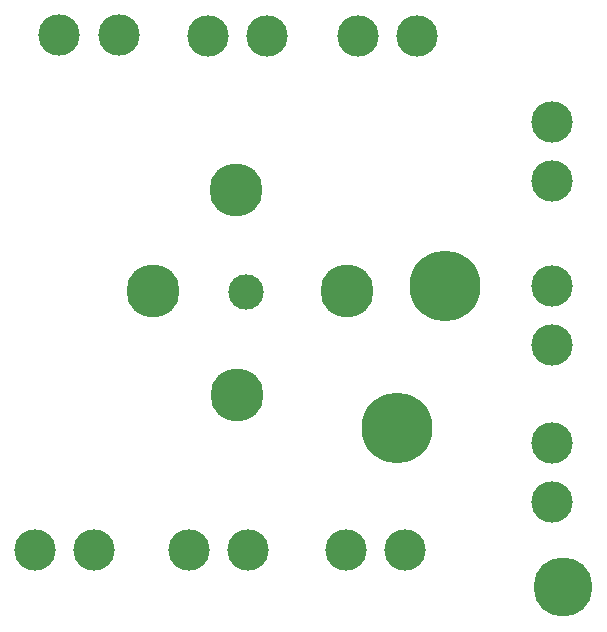
<source format=gbr>
%TF.GenerationSoftware,KiCad,Pcbnew,7.0.9*%
%TF.CreationDate,2024-01-08T12:14:10-08:00*%
%TF.ProjectId,Relay_PCB_1,52656c61-795f-4504-9342-5f312e6b6963,rev?*%
%TF.SameCoordinates,Original*%
%TF.FileFunction,Soldermask,Top*%
%TF.FilePolarity,Negative*%
%FSLAX46Y46*%
G04 Gerber Fmt 4.6, Leading zero omitted, Abs format (unit mm)*
G04 Created by KiCad (PCBNEW 7.0.9) date 2024-01-08 12:14:10*
%MOMM*%
%LPD*%
G01*
G04 APERTURE LIST*
%ADD10C,5.000000*%
%ADD11C,6.000000*%
%ADD12C,4.500000*%
%ADD13C,3.000000*%
%ADD14C,3.500000*%
G04 APERTURE END LIST*
D10*
%TO.C,*%
X169000000Y-108500000D03*
%TD*%
D11*
%TO.C,*%
X155000000Y-95000000D03*
%TD*%
%TO.C,*%
X159000000Y-83000000D03*
%TD*%
D12*
%TO.C,*%
X150707000Y-83426000D03*
D13*
X142157000Y-83451000D03*
D12*
X141457000Y-92176000D03*
X141357000Y-74851000D03*
X134307000Y-83426000D03*
D14*
X168067000Y-101256000D03*
X168067000Y-96256000D03*
X168067000Y-87956000D03*
X168067000Y-82956000D03*
X168067000Y-74106000D03*
X168067000Y-69106000D03*
X156675000Y-61776000D03*
X155625000Y-105320000D03*
X151675000Y-61776000D03*
X150625000Y-105320000D03*
X143925000Y-61776000D03*
X142325000Y-105320000D03*
X138925000Y-61776000D03*
X137325000Y-105320000D03*
X131384000Y-61760000D03*
X129324000Y-105320000D03*
X126384000Y-61760000D03*
X124324000Y-105320000D03*
%TD*%
M02*

</source>
